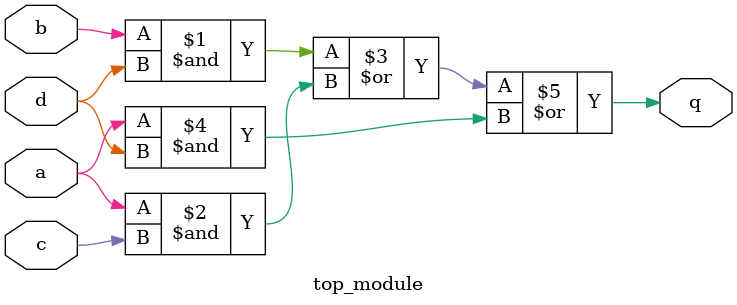
<source format=sv>
module top_module (
    input a, 
    input b, 
    input c, 
    input d,
    output q
);

assign q = (b & d) | (a & c) | (a & d);

endmodule

</source>
